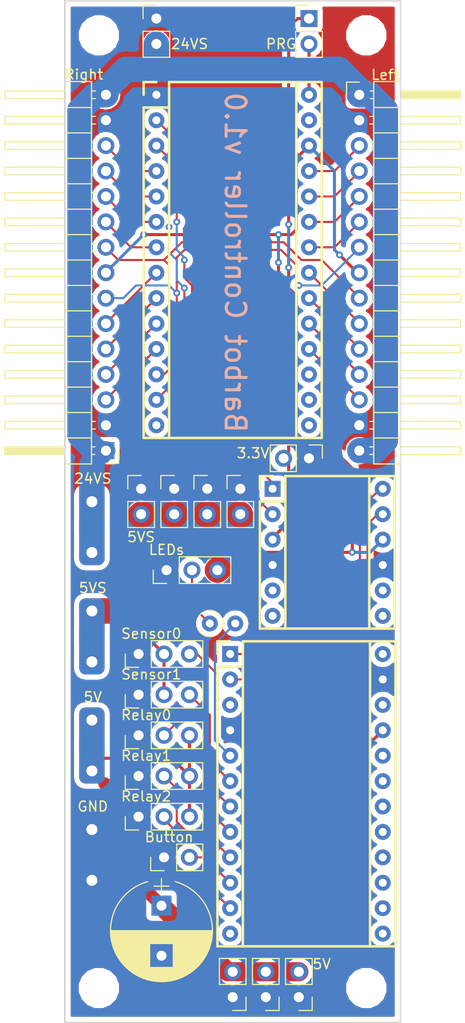
<source format=kicad_pcb>
(kicad_pcb (version 20171130) (host pcbnew "(5.0.1)-3")
  (layers (0 F.Cu signal) (31 B.Cu signal) (34 B.Paste user) (35 F.Paste user) (36 B.SilkS user) (37 F.SilkS user) (38 B.Mask user) (39 F.Mask user) (44 Edge.Cuts user))
  (net 0 "")
  (net 1 /A1_D1)
  (net 2 /A1_D0)
  (net 3 /GND)
  (net 4 /D2)
  (net 5 /D3)
  (net 6 /D4)
  (net 7 /D5)
  (net 8 /D6)
  (net 9 /5V)
  (net 10 /A2_D0)
  (net 11 /A2_D1)
  (net 12 /P0)
  (net 13 /P1)
  (net 14 /P2)
  (net 15 /P3)
  (net 16 /P4)
  (net 17 /P5)
  (net 18 /P6)
  (net 19 /P7)
  (net 20 /P8)
  (net 21 /P9)
  (net 22 /P10)
  (net 23 /P11)
  (net 24 /P12)
  (net 25 /P13)
  (net 26 /P14)
  (net 27 /P15)
  (net 28 /~ENABLE)
  (net 29 /DIR)
  (net 30 /3.3V)
  (net 31 /5VS_2)
  (net 32 /5VS)
  (net 33 /24VS)
  (net 34 /D2_2)
  (net 35 /D7)
  (net 36 /D8)
  (module logic_level_converter:LLC4 (layer F.Cu) (at 141.146 92.71)
    (fp_text reference M1)
    (fp_text value LLC4)
    (pad 1 thru_hole rect (at 0 0) (size 1.6 1.6) (drill 0.8) (layers *.Cu *.Mask) (net 10 /A2_D0))
    (pad 2 thru_hole oval (at 0 2.54) (size 1.6 1.6) (drill 0.8) (layers *.Cu *.Mask) (net 11 /A2_D1))
    (pad 3 thru_hole oval (at 0 5.08) (size 1.6 1.6) (drill 0.8) (layers *.Cu *.Mask) (net 30 /3.3V))
    (pad 4 thru_hole oval (at 0 7.62) (size 1.6 1.6) (drill 0.8) (layers *.Cu *.Mask) (net 3 /GND))
    (pad 5 thru_hole oval (at 0 10.16) (size 1.6 1.6) (drill 0.8) (layers *.Cu *.Mask))
    (pad 6 thru_hole oval (at 0 12.7) (size 1.6 1.6) (drill 0.8) (layers *.Cu *.Mask))
    (pad 7 thru_hole oval (at 11 12.7) (size 1.6 1.6) (drill 0.8) (layers *.Cu *.Mask))
    (pad 8 thru_hole oval (at 11 10.16) (size 1.6 1.6) (drill 0.8) (layers *.Cu *.Mask))
    (pad 9 thru_hole oval (at 11 7.62) (size 1.6 1.6) (drill 0.8) (layers *.Cu *.Mask) (net 3 /GND))
    (pad 10 thru_hole oval (at 11 5.08) (size 1.6 1.6) (drill 0.8) (layers *.Cu *.Mask) (net 32 /5VS))
    (pad 11 thru_hole oval (at 11 2.54) (size 1.6 1.6) (drill 0.8) (layers *.Cu *.Mask) (net 2 /A1_D0))
    (pad 12 thru_hole oval (at 11 0) (size 1.6 1.6) (drill 0.8) (layers *.Cu *.Mask) (net 1 /A1_D1))
  )
  (module teensy_32:teensy_32 (layer F.Cu) (at 129.54 53.34)
    (fp_text reference A2)
    (fp_text value Teensy_32)
    (pad 1 thru_hole rect (at 0 0) (size 1.6 1.6) (drill 0.8) (layers *.Cu *.Mask) (net 3 /GND))
    (pad 2 thru_hole oval (at 0 2.54) (size 1.6 1.6) (drill 0.8) (layers *.Cu *.Mask) (net 10 /A2_D0))
    (pad 3 thru_hole oval (at 0 5.08) (size 1.6 1.6) (drill 0.8) (layers *.Cu *.Mask) (net 11 /A2_D1))
    (pad 4 thru_hole oval (at 0 7.62) (size 1.6 1.6) (drill 0.8) (layers *.Cu *.Mask) (net 27 /P15))
    (pad 5 thru_hole oval (at 0 10.16) (size 1.6 1.6) (drill 0.8) (layers *.Cu *.Mask) (net 26 /P14))
    (pad 6 thru_hole oval (at 0 12.7) (size 1.6 1.6) (drill 0.8) (layers *.Cu *.Mask) (net 25 /P13))
    (pad 7 thru_hole oval (at 0 15.24) (size 1.6 1.6) (drill 0.8) (layers *.Cu *.Mask) (net 24 /P12))
    (pad 8 thru_hole oval (at 0 17.78) (size 1.6 1.6) (drill 0.8) (layers *.Cu *.Mask) (net 23 /P11))
    (pad 9 thru_hole oval (at 0 20.32) (size 1.6 1.6) (drill 0.8) (layers *.Cu *.Mask) (net 22 /P10))
    (pad 10 thru_hole oval (at 0 22.86) (size 1.6 1.6) (drill 0.8) (layers *.Cu *.Mask) (net 21 /P9))
    (pad 11 thru_hole oval (at 0 25.4) (size 1.6 1.6) (drill 0.8) (layers *.Cu *.Mask) (net 20 /P8))
    (pad 12 thru_hole oval (at 0 27.94) (size 1.6 1.6) (drill 0.8) (layers *.Cu *.Mask) (net 29 /DIR))
    (pad 13 thru_hole oval (at 0 30.48) (size 1.6 1.6) (drill 0.8) (layers *.Cu *.Mask) (net 28 /~ENABLE))
    (pad 14 thru_hole oval (at 0 33.02) (size 1.6 1.6) (drill 0.8) (layers *.Cu *.Mask))
    (pad 20 thru_hole oval (at 15.24 33.02) (size 1.6 1.6) (drill 0.8) (layers *.Cu *.Mask))
    (pad 21 thru_hole oval (at 15.24 30.48) (size 1.6 1.6) (drill 0.8) (layers *.Cu *.Mask))
    (pad 22 thru_hole oval (at 15.24 27.94) (size 1.6 1.6) (drill 0.8) (layers *.Cu *.Mask))
    (pad 23 thru_hole oval (at 15.24 25.4) (size 1.6 1.6) (drill 0.8) (layers *.Cu *.Mask) (net 19 /P7))
    (pad 24 thru_hole oval (at 15.24 22.86) (size 1.6 1.6) (drill 0.8) (layers *.Cu *.Mask) (net 18 /P6))
    (pad 25 thru_hole oval (at 15.24 20.32) (size 1.6 1.6) (drill 0.8) (layers *.Cu *.Mask) (net 17 /P5))
    (pad 26 thru_hole oval (at 15.24 17.78) (size 1.6 1.6) (drill 0.8) (layers *.Cu *.Mask) (net 16 /P4))
    (pad 27 thru_hole oval (at 15.24 15.24) (size 1.6 1.6) (drill 0.8) (layers *.Cu *.Mask) (net 15 /P3))
    (pad 28 thru_hole oval (at 15.24 12.7) (size 1.6 1.6) (drill 0.8) (layers *.Cu *.Mask) (net 14 /P2))
    (pad 29 thru_hole oval (at 15.24 10.16) (size 1.6 1.6) (drill 0.8) (layers *.Cu *.Mask) (net 13 /P1))
    (pad 30 thru_hole oval (at 15.24 7.62) (size 1.6 1.6) (drill 0.8) (layers *.Cu *.Mask) (net 12 /P0))
    (pad 31 thru_hole oval (at 15.24 5.08) (size 1.6 1.6) (drill 0.8) (layers *.Cu *.Mask) (net 30 /3.3V))
    (pad 32 thru_hole oval (at 15.24 2.54) (size 1.6 1.6) (drill 0.8) (layers *.Cu *.Mask))
    (pad 33 thru_hole oval (at 15.24 0) (size 1.6 1.6) (drill 0.8) (layers *.Cu *.Mask) (net 31 /5VS_2))
  )
  (module arduino_pro_mini:arduino_pro_mini (layer F.Cu) (at 136.906 109.22)
    (fp_text reference A1)
    (fp_text value Arduino_Pro_Mini)
    (pad 1 thru_hole rect (at 0 0) (size 1.6 1.6) (drill 0.8) (layers *.Cu *.Mask) (net 1 /A1_D1))
    (pad 2 thru_hole oval (at 0 2.54) (size 1.6 1.6) (drill 0.8) (layers *.Cu *.Mask) (net 2 /A1_D0))
    (pad 3 thru_hole oval (at 0 5.08) (size 1.6 1.6) (drill 0.8) (layers *.Cu *.Mask))
    (pad 4 thru_hole oval (at 0 7.62) (size 1.6 1.6) (drill 0.8) (layers *.Cu *.Mask) (net 3 /GND))
    (pad 5 thru_hole oval (at 0 10.16) (size 1.6 1.6) (drill 0.8) (layers *.Cu *.Mask) (net 34 /D2_2))
    (pad 6 thru_hole oval (at 0 12.7) (size 1.6 1.6) (drill 0.8) (layers *.Cu *.Mask) (net 5 /D3))
    (pad 7 thru_hole oval (at 0 15.24) (size 1.6 1.6) (drill 0.8) (layers *.Cu *.Mask) (net 6 /D4))
    (pad 8 thru_hole oval (at 0 17.78) (size 1.6 1.6) (drill 0.8) (layers *.Cu *.Mask) (net 7 /D5))
    (pad 9 thru_hole oval (at 0 20.32) (size 1.6 1.6) (drill 0.8) (layers *.Cu *.Mask) (net 8 /D6))
    (pad 10 thru_hole oval (at 0 22.86) (size 1.6 1.6) (drill 0.8) (layers *.Cu *.Mask) (net 35 /D7))
    (pad 11 thru_hole oval (at 0 25.4) (size 1.6 1.6) (drill 0.8) (layers *.Cu *.Mask) (net 36 /D8))
    (pad 12 thru_hole oval (at 0 27.94) (size 1.6 1.6) (drill 0.8) (layers *.Cu *.Mask))
    (pad 13 thru_hole oval (at 15.24 27.94) (size 1.6 1.6) (drill 0.8) (layers *.Cu *.Mask))
    (pad 14 thru_hole oval (at 15.24 25.4) (size 1.6 1.6) (drill 0.8) (layers *.Cu *.Mask))
    (pad 15 thru_hole oval (at 15.24 22.86) (size 1.6 1.6) (drill 0.8) (layers *.Cu *.Mask))
    (pad 16 thru_hole oval (at 15.24 20.32) (size 1.6 1.6) (drill 0.8) (layers *.Cu *.Mask))
    (pad 17 thru_hole oval (at 15.24 17.78) (size 1.6 1.6) (drill 0.8) (layers *.Cu *.Mask))
    (pad 18 thru_hole oval (at 15.24 15.24) (size 1.6 1.6) (drill 0.8) (layers *.Cu *.Mask))
    (pad 19 thru_hole oval (at 15.24 12.7) (size 1.6 1.6) (drill 0.8) (layers *.Cu *.Mask))
    (pad 20 thru_hole oval (at 15.24 10.16) (size 1.6 1.6) (drill 0.8) (layers *.Cu *.Mask))
    (pad 21 thru_hole oval (at 15.24 7.62) (size 1.6 1.6) (drill 0.8) (layers *.Cu *.Mask) (net 9 /5V))
    (pad 22 thru_hole oval (at 15.24 5.08) (size 1.6 1.6) (drill 0.8) (layers *.Cu *.Mask))
    (pad 23 thru_hole oval (at 15.24 2.54) (size 1.6 1.6) (drill 0.8) (layers *.Cu *.Mask) (net 3 /GND))
    (pad 24 thru_hole oval (at 15.24 0) (size 1.6 1.6) (drill 0.8) (layers *.Cu *.Mask))
  )
  (module Pin_Headers:Pin_Header_Angled_1x15_Pitch2.54mm (layer F.Cu) (at 124.5 88.9 180)
    (fp_text reference CON2)
    (fp_text value Right (at 2.2 37.592 180) (layer F.SilkS))
    (pad 1 thru_hole rect (at 0 0 180) (size 1.7 1.7) (drill 1) (layers *.Cu *.Mask) (net 33 /24VS))
    (pad 2 thru_hole oval (at 0 2.54 180) (size 1.7 1.7) (drill 1) (layers *.Cu *.Mask) (net 3 /GND))
    (pad 3 thru_hole oval (at 0 5.08 180) (size 1.7 1.7) (drill 1) (layers *.Cu *.Mask) (net 20 /P8))
    (pad 4 thru_hole oval (at 0 7.62 180) (size 1.7 1.7) (drill 1) (layers *.Cu *.Mask) (net 21 /P9))
    (pad 5 thru_hole oval (at 0 10.16 180) (size 1.7 1.7) (drill 1) (layers *.Cu *.Mask) (net 22 /P10))
    (pad 6 thru_hole oval (at 0 12.7 180) (size 1.7 1.7) (drill 1) (layers *.Cu *.Mask) (net 23 /P11))
    (pad 7 thru_hole oval (at 0 15.24 180) (size 1.7 1.7) (drill 1) (layers *.Cu *.Mask) (net 28 /~ENABLE))
    (pad 8 thru_hole oval (at 0 17.78 180) (size 1.7 1.7) (drill 1) (layers *.Cu *.Mask) (net 30 /3.3V))
    (pad 9 thru_hole oval (at 0 20.32 180) (size 1.7 1.7) (drill 1) (layers *.Cu *.Mask) (net 29 /DIR))
    (pad 10 thru_hole oval (at 0 22.86 180) (size 1.7 1.7) (drill 1) (layers *.Cu *.Mask) (net 24 /P12))
    (pad 11 thru_hole oval (at 0 25.4 180) (size 1.7 1.7) (drill 1) (layers *.Cu *.Mask) (net 25 /P13))
    (pad 12 thru_hole oval (at 0 27.94 180) (size 1.7 1.7) (drill 1) (layers *.Cu *.Mask) (net 26 /P14))
    (pad 13 thru_hole oval (at 0 30.48 180) (size 1.7 1.7) (drill 1) (layers *.Cu *.Mask) (net 27 /P15))
    (pad 14 thru_hole oval (at 0 33.02 180) (size 1.7 1.7) (drill 1) (layers *.Cu *.Mask) (net 3 /GND))
    (pad 15 thru_hole oval (at 0 35.56 180) (size 1.7 1.7) (drill 1) (layers *.Cu *.Mask) (net 33 /24VS))
  )
  (module Pin_Headers:Pin_Header_Angled_1x15_Pitch2.54mm (layer F.Cu) (at 149.8 53.34)
    (fp_text reference CON1)
    (fp_text value Left (at 2.6 -2) (layer F.SilkS))
    (pad 15 thru_hole oval (at 0 35.56) (size 1.7 1.7) (drill 1) (layers *.Cu *.Mask) (net 33 /24VS))
    (pad 14 thru_hole oval (at 0 33.02) (size 1.7 1.7) (drill 1) (layers *.Cu *.Mask) (net 3 /GND))
    (pad 13 thru_hole oval (at 0 30.48) (size 1.7 1.7) (drill 1) (layers *.Cu *.Mask) (net 19 /P7))
    (pad 12 thru_hole oval (at 0 27.94) (size 1.7 1.7) (drill 1) (layers *.Cu *.Mask) (net 18 /P6))
    (pad 11 thru_hole oval (at 0 25.4) (size 1.7 1.7) (drill 1) (layers *.Cu *.Mask) (net 17 /P5))
    (pad 10 thru_hole oval (at 0 22.86) (size 1.7 1.7) (drill 1) (layers *.Cu *.Mask) (net 16 /P4))
    (pad 9 thru_hole oval (at 0 20.32) (size 1.7 1.7) (drill 1) (layers *.Cu *.Mask) (net 29 /DIR))
    (pad 8 thru_hole oval (at 0 17.78) (size 1.7 1.7) (drill 1) (layers *.Cu *.Mask) (net 30 /3.3V))
    (pad 7 thru_hole oval (at 0 15.24) (size 1.7 1.7) (drill 1) (layers *.Cu *.Mask) (net 28 /~ENABLE))
    (pad 6 thru_hole oval (at 0 12.7) (size 1.7 1.7) (drill 1) (layers *.Cu *.Mask) (net 15 /P3))
    (pad 5 thru_hole oval (at 0 10.16) (size 1.7 1.7) (drill 1) (layers *.Cu *.Mask) (net 14 /P2))
    (pad 4 thru_hole oval (at 0 7.62) (size 1.7 1.7) (drill 1) (layers *.Cu *.Mask) (net 13 /P1))
    (pad 3 thru_hole oval (at 0 5.08) (size 1.7 1.7) (drill 1) (layers *.Cu *.Mask) (net 12 /P0))
    (pad 2 thru_hole oval (at 0 2.54) (size 1.7 1.7) (drill 1) (layers *.Cu *.Mask) (net 3 /GND))
    (pad 1 thru_hole rect (at 0 0) (size 1.7 1.7) (drill 1) (layers *.Cu *.Mask) (net 33 /24VS))
  )
  (module Pin_Headers:Pin_Header_Straight_1x03_Pitch2.54mm (layer F.Cu) (at 127.762 109.22 90)
    (fp_text reference J2)
    (fp_text value Sensor0 (at 2.032 1.27 180) (layer F.SilkS))
    (pad 3 thru_hole oval (at 0 5.08 90) (size 1.7 1.7) (drill 1) (layers *.Cu *.Mask) (net 5 /D3))
    (pad 2 thru_hole oval (at 0 2.54 90) (size 1.7 1.7) (drill 1) (layers *.Cu *.Mask) (net 32 /5VS))
    (pad 1 thru_hole rect (at 0 0 90) (size 1.7 1.7) (drill 1) (layers *.Cu *.Mask) (net 3 /GND))
  )
  (module Pin_Headers:Pin_Header_Straight_1x03_Pitch2.54mm (layer F.Cu) (at 127.762 113.284 90)
    (fp_text reference J3)
    (fp_text value Sensor1 (at 2.032 1.27 180) (layer F.SilkS))
    (pad 1 thru_hole rect (at 0 0 90) (size 1.7 1.7) (drill 1) (layers *.Cu *.Mask) (net 3 /GND))
    (pad 2 thru_hole oval (at 0 2.54 90) (size 1.7 1.7) (drill 1) (layers *.Cu *.Mask) (net 32 /5VS))
    (pad 3 thru_hole oval (at 0 5.08 90) (size 1.7 1.7) (drill 1) (layers *.Cu *.Mask) (net 6 /D4))
  )
  (module Pin_Headers:Pin_Header_Straight_1x03_Pitch2.54mm (layer F.Cu) (at 127.762 117.348 90)
    (fp_text reference J4)
    (fp_text value Relay0 (at 2.032 0.762 180) (layer F.SilkS))
    (pad 3 thru_hole oval (at 0 5.08 90) (size 1.7 1.7) (drill 1) (layers *.Cu *.Mask) (net 9 /5V))
    (pad 2 thru_hole oval (at 0 2.54 90) (size 1.7 1.7) (drill 1) (layers *.Cu *.Mask) (net 7 /D5))
    (pad 1 thru_hole rect (at 0 0 90) (size 1.7 1.7) (drill 1) (layers *.Cu *.Mask) (net 3 /GND))
  )
  (module Pin_Headers:Pin_Header_Straight_1x03_Pitch2.54mm (layer F.Cu) (at 127.762 121.412 90)
    (fp_text reference J5)
    (fp_text value Relay1 (at 2.032 0.762 180) (layer F.SilkS))
    (pad 1 thru_hole rect (at 0 0 90) (size 1.7 1.7) (drill 1) (layers *.Cu *.Mask) (net 3 /GND))
    (pad 2 thru_hole oval (at 0 2.54 90) (size 1.7 1.7) (drill 1) (layers *.Cu *.Mask) (net 8 /D6))
    (pad 3 thru_hole oval (at 0 5.08 90) (size 1.7 1.7) (drill 1) (layers *.Cu *.Mask) (net 9 /5V))
  )
  (module Pin_Headers:Pin_Header_Straight_1x02_Pitch2.54mm (layer F.Cu) (at 144.78 45.72)
    (fp_text reference JP1)
    (fp_text value PRG (at -2.794 2.54 180) (layer F.SilkS))
    (pad 2 thru_hole oval (at 0 2.54) (size 1.7 1.7) (drill 1) (layers *.Cu *.Mask) (net 31 /5VS_2))
    (pad 1 thru_hole rect (at 0 0) (size 1.7 1.7) (drill 1) (layers *.Cu *.Mask) (net 32 /5VS))
  )
  (module Pin_Headers:Pin_Header_Straight_1x02_Pitch2.54mm (layer F.Cu) (at 130.302 129.54 90)
    (fp_text reference J7)
    (fp_text value Button (at 2.032 0.508) (layer F.SilkS))
    (pad 2 thru_hole oval (at 0 2.54 90) (size 1.7 1.7) (drill 1) (layers *.Cu *.Mask) (net 36 /D8))
    (pad 1 thru_hole rect (at 0 0 90) (size 1.7 1.7) (drill 1) (layers *.Cu *.Mask) (net 3 /GND))
  )
  (module spade_terminal:Spade_Terminal_1_4 (layer F.Cu) (at 123.1 118.36 270)
    (fp_text reference T1)
    (fp_text value 5V (at -4.822 -0.09) (layer F.SilkS))
    (pad 1 thru_hole roundrect (at 2.54 0 270) (size 5.08 2.54) (drill 1.1 (offset -1.27 0)) (layers *.Cu *.Mask) (net 9 /5V))
    (pad 1 thru_hole roundrect (at -2.54 0 270) (size 5.08 2.54) (drill 1.1 (offset 1.27 0)) (layers *.Cu *.Mask) (net 9 /5V))
  )
  (module spade_terminal:Spade_Terminal_1_4 (layer F.Cu) (at 123.1 107.46 90)
    (fp_text reference T2)
    (fp_text value 5VS (at 4.844 0.09) (layer F.SilkS))
    (pad 1 thru_hole roundrect (at -2.54 0 90) (size 5.08 2.54) (drill 1.1 (offset 1.27 0)) (layers *.Cu *.Mask) (net 32 /5VS))
    (pad 1 thru_hole roundrect (at 2.54 0 90) (size 5.08 2.54) (drill 1.1 (offset -1.27 0)) (layers *.Cu *.Mask) (net 32 /5VS))
  )
  (module spade_terminal:Spade_Terminal_1_4 (layer F.Cu) (at 123.1 96.54 90)
    (fp_text reference T3)
    (fp_text value 24VS (at 4.846 0.09 180) (layer F.SilkS))
    (pad 1 thru_hole roundrect (at 2.54 0 90) (size 5.08 2.54) (drill 1.1 (offset -1.27 0)) (layers *.Cu *.Mask) (net 33 /24VS))
    (pad 1 thru_hole roundrect (at -2.54 0 90) (size 5.08 2.54) (drill 1.1 (offset 1.27 0)) (layers *.Cu *.Mask) (net 33 /24VS))
  )
  (module spade_terminal:Spade_Terminal_1_4 (layer F.Cu) (at 123.1 129.3 270)
    (fp_text reference T4)
    (fp_text value GND (at -4.84 -0.09) (layer F.SilkS))
    (pad 1 thru_hole roundrect (at -2.54 0 270) (size 5.08 2.54) (drill 1.1 (offset 1.27 0)) (layers *.Cu *.Mask) (net 3 /GND))
    (pad 1 thru_hole roundrect (at 2.54 0 270) (size 5.08 2.54) (drill 1.1 (offset -1.27 0)) (layers *.Cu *.Mask) (net 3 /GND))
  )
  (module Mounting_Holes:MountingHole_3mm (layer F.Cu) (at 123.8 47.4)
    (fp_text reference REF**)
    (fp_text value MountingHole_3mm)
    (pad 1 np_thru_hole circle (at 0 0) (size 3 3) (drill 3) (layers *.Cu *.Mask))
  )
  (module Mounting_Holes:MountingHole_3mm (layer F.Cu) (at 150.5 47.4)
    (fp_text reference REF**)
    (fp_text value MountingHole_3mm)
    (pad 1 np_thru_hole circle (at 0 0) (size 3 3) (drill 3) (layers *.Cu *.Mask))
  )
  (module Mounting_Holes:MountingHole_3mm (layer F.Cu) (at 123.8 142.6)
    (fp_text reference REF**)
    (fp_text value MountingHole_3mm)
    (pad 1 np_thru_hole circle (at 0 0) (size 3 3) (drill 3) (layers *.Cu *.Mask))
  )
  (module Mounting_Holes:MountingHole_3mm (layer F.Cu) (at 150.5 142.6)
    (fp_text reference REF**)
    (fp_text value MountingHole_3mm)
    (pad 1 np_thru_hole circle (at 0 0) (size 3 3) (drill 3) (layers *.Cu *.Mask))
  )
  (module Resistors_THT:R_Axial_DIN0207_L6.3mm_D2.5mm_P2.54mm_Vertical (layer F.Cu) (at 134.874 106.172)
    (fp_text reference R1)
    (fp_text value 330)
    (pad 2 thru_hole oval (at 2.54 0) (size 1.6 1.6) (drill 0.8) (layers *.Cu *.Mask) (net 34 /D2_2))
    (pad 1 thru_hole circle (at 0 0) (size 1.6 1.6) (drill 0.8) (layers *.Cu *.Mask) (net 4 /D2))
  )
  (module Capacitors_THT:CP_Radial_D10.0mm_P5.00mm (layer F.Cu) (at 130.048 134.366 270)
    (fp_text reference C1)
    (fp_text value 1000u)
    (pad 2 thru_hole circle (at 5 0 270) (size 2 2) (drill 1) (layers *.Cu *.Mask) (net 3 /GND))
    (pad 1 thru_hole rect (at 0 0 270) (size 2 2) (drill 1) (layers *.Cu *.Mask) (net 9 /5V))
  )
  (module Pin_Headers:Pin_Header_Straight_1x03_Pitch2.54mm (layer F.Cu) (at 130.556 100.838 90)
    (fp_text reference J1)
    (fp_text value LEDs (at 2.032 0 180) (layer F.SilkS))
    (pad 1 thru_hole rect (at 0 0 90) (size 1.7 1.7) (drill 1) (layers *.Cu *.Mask) (net 3 /GND))
    (pad 2 thru_hole oval (at 0 2.54 90) (size 1.7 1.7) (drill 1) (layers *.Cu *.Mask) (net 4 /D2))
    (pad 3 thru_hole oval (at 0 5.08 90) (size 1.7 1.7) (drill 1) (layers *.Cu *.Mask) (net 32 /5VS))
  )
  (module Pin_Headers:Pin_Header_Straight_1x03_Pitch2.54mm (layer F.Cu) (at 127.762 125.476 90)
    (fp_text reference J6)
    (fp_text value Relay2 (at 2.032 0.762 180) (layer F.SilkS))
    (pad 3 thru_hole oval (at 0 5.08 90) (size 1.7 1.7) (drill 1) (layers *.Cu *.Mask) (net 9 /5V))
    (pad 2 thru_hole oval (at 0 2.54 90) (size 1.7 1.7) (drill 1) (layers *.Cu *.Mask) (net 35 /D7))
    (pad 1 thru_hole rect (at 0 0 90) (size 1.7 1.7) (drill 1) (layers *.Cu *.Mask) (net 3 /GND))
  )
  (module Pin_Headers:Pin_Header_Straight_1x02_Pitch2.54mm (layer F.Cu) (at 128.016 92.71)
    (fp_text reference J8)
    (fp_text value 5VS (at 0 4.826 180) (layer F.SilkS))
    (pad 2 thru_hole oval (at 0 2.54) (size 1.7 1.7) (drill 1) (layers *.Cu *.Mask) (net 32 /5VS))
    (pad 1 thru_hole rect (at 0 0) (size 1.7 1.7) (drill 1) (layers *.Cu *.Mask) (net 3 /GND))
  )
  (module Pin_Headers:Pin_Header_Straight_1x02_Pitch2.54mm (layer F.Cu) (at 131.318 92.71)
    (fp_text reference J9)
    (fp_text value 5VS)
    (pad 1 thru_hole rect (at 0 0) (size 1.7 1.7) (drill 1) (layers *.Cu *.Mask) (net 3 /GND))
    (pad 2 thru_hole oval (at 0 2.54) (size 1.7 1.7) (drill 1) (layers *.Cu *.Mask) (net 32 /5VS))
  )
  (module Pin_Headers:Pin_Header_Straight_1x02_Pitch2.54mm (layer F.Cu) (at 134.62 92.71)
    (fp_text reference J10)
    (fp_text value 5VS)
    (pad 2 thru_hole oval (at 0 2.54) (size 1.7 1.7) (drill 1) (layers *.Cu *.Mask) (net 32 /5VS))
    (pad 1 thru_hole rect (at 0 0) (size 1.7 1.7) (drill 1) (layers *.Cu *.Mask) (net 3 /GND))
  )
  (module Pin_Headers:Pin_Header_Straight_1x02_Pitch2.54mm (layer F.Cu) (at 137.922 92.71)
    (fp_text reference J11)
    (fp_text value 5VS)
    (pad 2 thru_hole oval (at 0 2.54) (size 1.7 1.7) (drill 1) (layers *.Cu *.Mask) (net 32 /5VS))
    (pad 1 thru_hole rect (at 0 0) (size 1.7 1.7) (drill 1) (layers *.Cu *.Mask) (net 3 /GND))
  )
  (module Pin_Headers:Pin_Header_Straight_1x02_Pitch2.54mm (layer F.Cu) (at 137.16 143.51 180)
    (fp_text reference J12)
    (fp_text value 5V (at -8.89 3.302 180) (layer F.SilkS))
    (pad 1 thru_hole rect (at 0 0 180) (size 1.7 1.7) (drill 1) (layers *.Cu *.Mask) (net 3 /GND))
    (pad 2 thru_hole oval (at 0 2.54 180) (size 1.7 1.7) (drill 1) (layers *.Cu *.Mask) (net 9 /5V))
  )
  (module Pin_Headers:Pin_Header_Straight_1x02_Pitch2.54mm (layer F.Cu) (at 140.462 143.51 180)
    (fp_text reference J13)
    (fp_text value 5V)
    (pad 2 thru_hole oval (at 0 2.54 180) (size 1.7 1.7) (drill 1) (layers *.Cu *.Mask) (net 9 /5V))
    (pad 1 thru_hole rect (at 0 0 180) (size 1.7 1.7) (drill 1) (layers *.Cu *.Mask) (net 3 /GND))
  )
  (module Pin_Headers:Pin_Header_Straight_1x02_Pitch2.54mm (layer F.Cu) (at 143.764 143.51 180)
    (fp_text reference J14)
    (fp_text value 5V)
    (pad 1 thru_hole rect (at 0 0 180) (size 1.7 1.7) (drill 1) (layers *.Cu *.Mask) (net 3 /GND))
    (pad 2 thru_hole oval (at 0 2.54 180) (size 1.7 1.7) (drill 1) (layers *.Cu *.Mask) (net 9 /5V))
  )
  (module Pin_Headers:Pin_Header_Straight_1x02_Pitch2.54mm (layer F.Cu) (at 129.54 45.72)
    (fp_text reference J15)
    (fp_text value 24VS (at 3.302 2.54 180) (layer F.SilkS))
    (pad 2 thru_hole oval (at 0 2.54) (size 1.7 1.7) (drill 1) (layers *.Cu *.Mask) (net 33 /24VS))
    (pad 1 thru_hole rect (at 0 0) (size 1.7 1.7) (drill 1) (layers *.Cu *.Mask) (net 3 /GND))
  )
  (module Pin_Headers:Pin_Header_Straight_1x02_Pitch2.54mm (layer F.Cu) (at 144.78 89.662 270)
    (fp_text reference J16)
    (fp_text value 3.3V (at -0.508 5.588) (layer F.SilkS))
    (pad 2 thru_hole oval (at 0 2.54 270) (size 1.7 1.7) (drill 1) (layers *.Cu *.Mask) (net 30 /3.3V))
    (pad 1 thru_hole rect (at 0 0 270) (size 1.7 1.7) (drill 1) (layers *.Cu *.Mask) (net 3 /GND))
  )
  (gr_text "Barbot Controller v1.0" (at 137.414 70.104 270) (layer B.SilkS) (effects (font (size 2 2) (thickness 0.3)) (justify mirror)))
  (gr_line (start 120.396 146.05) (end 120.396 43.942) (angle 90) (layer Edge.Cuts) (width 0.15))
  (gr_line (start 153.924 146.05) (end 120.396 146.05) (angle 90) (layer Edge.Cuts) (width 0.15))
  (gr_line (start 153.924 43.942) (end 153.924 146.05) (angle 90) (layer Edge.Cuts) (width 0.15))
  (gr_line (start 120.396 43.942) (end 153.924 43.942) (angle 90) (layer Edge.Cuts) (width 0.15))
  (segment (start 152.146 92.71) (end 151.892 92.71) (width 0.2032) (layer F.Cu) (net 1))
  (segment (start 151.892 92.71) (end 149.86 94.742) (width 0.2032) (layer F.Cu) (net 1))
  (segment (start 149.86 94.742) (end 149.86 108.204) (width 0.2032) (layer F.Cu) (net 1))
  (segment (start 148.844 109.22) (end 136.906 109.22) (width 0.2032) (layer F.Cu) (net 1))
  (segment (start 149.86 108.204) (end 148.844 109.22) (width 0.2032) (layer F.Cu) (net 1))
  (segment (start 152.1 95.26) (end 151.628 95.26) (width 0.2032) (layer F.Cu) (net 2))
  (segment (start 152.146 95.25) (end 151.638 95.25) (width 0.2032) (layer F.Cu) (net 2))
  (segment (start 151.638 95.25) (end 150.622 96.266) (width 0.2032) (layer F.Cu) (net 2))
  (segment (start 150.622 96.266) (end 150.622 110.744) (width 0.2032) (layer F.Cu) (net 2))
  (segment (start 149.606 111.76) (end 136.906 111.76) (width 0.2032) (layer F.Cu) (net 2))
  (segment (start 150.622 110.744) (end 149.606 111.76) (width 0.2032) (layer F.Cu) (net 2))
  (segment (start 129.286 53.086) (end 129.54 53.34) (width 0.3048) (layer F.Cu) (net 3))
  (segment (start 141.146 100.33) (end 152.146 100.33) (width 0.3048) (layer B.Cu) (net 3))
  (segment (start 130.6948 45.72) (end 131.572 46.5972) (width 0.3048) (layer F.Cu) (net 3))
  (segment (start 129.54 45.72) (end 130.6948 45.72) (width 0.3048) (layer F.Cu) (net 3))
  (segment (start 129.54 52.2352) (end 129.54 53.34) (width 0.3048) (layer F.Cu) (net 3))
  (segment (start 131.572 50.2032) (end 129.54 52.2352) (width 0.3048) (layer F.Cu) (net 3))
  (segment (start 131.572 46.5972) (end 131.572 50.2032) (width 0.3048) (layer F.Cu) (net 3))
  (segment (start 133.096 104.394) (end 133.096 100.838) (width 0.2032) (layer F.Cu) (net 4))
  (segment (start 134.874 106.172) (end 133.096 104.394) (width 0.2032) (layer F.Cu) (net 4))
  (segment (start 132.842 109.22) (end 133.604 109.22) (width 0.2032) (layer F.Cu) (net 5))
  (segment (start 133.604 109.22) (end 135.636 111.252) (width 0.2032) (layer F.Cu) (net 5))
  (segment (start 135.636 120.65) (end 136.906 121.92) (width 0.2032) (layer F.Cu) (net 5))
  (segment (start 135.636 111.252) (end 135.636 120.65) (width 0.2032) (layer F.Cu) (net 5))
  (segment (start 132.842 113.284) (end 134.874 115.316) (width 0.2032) (layer F.Cu) (net 6))
  (segment (start 134.874 122.428) (end 136.906 124.46) (width 0.2032) (layer F.Cu) (net 6))
  (segment (start 134.874 115.316) (end 134.874 122.428) (width 0.2032) (layer F.Cu) (net 6))
  (segment (start 136.86 127.04) (end 137.54 127.04) (width 0.2032) (layer F.Cu) (net 7))
  (segment (start 130.302 117.348) (end 131.826 115.824) (width 0.2032) (layer F.Cu) (net 7))
  (segment (start 131.826 115.824) (end 133.604 115.824) (width 0.2032) (layer F.Cu) (net 7))
  (segment (start 133.604 115.824) (end 134.366 116.586) (width 0.2032) (layer F.Cu) (net 7))
  (segment (start 134.366 124.46) (end 136.906 127) (width 0.2032) (layer F.Cu) (net 7))
  (segment (start 134.366 116.586) (end 134.366 124.46) (width 0.2032) (layer F.Cu) (net 7))
  (segment (start 136.86 129.58) (end 136.82 129.58) (width 0.2032) (layer F.Cu) (net 8))
  (segment (start 130.302 121.412) (end 131.572 122.682) (width 0.2032) (layer F.Cu) (net 8))
  (segment (start 131.572 122.682) (end 131.572 125.984) (width 0.2032) (layer F.Cu) (net 8))
  (segment (start 131.572 125.984) (end 132.588 127) (width 0.2032) (layer F.Cu) (net 8))
  (segment (start 134.366 127) (end 136.906 129.54) (width 0.2032) (layer F.Cu) (net 8))
  (segment (start 132.588 127) (end 134.366 127) (width 0.2032) (layer F.Cu) (net 8))
  (segment (start 150.622 118.364) (end 152.146 116.84) (width 0.3048) (layer F.Cu) (net 9))
  (segment (start 132.842 117.348) (end 132.842 121.412) (width 0.3048) (layer F.Cu) (net 9))
  (segment (start 132.842 121.412) (end 132.842 125.476) (width 0.3048) (layer F.Cu) (net 9))
  (segment (start 125.73 130.048) (end 130.048 134.366) (width 1.27) (layer F.Cu) (net 9))
  (segment (start 132.588 125.476) (end 132.842 125.476) (width 0.3048) (layer B.Cu) (net 9))
  (segment (start 125.73 123.53) (end 125.73 130.048) (width 1.27) (layer F.Cu) (net 9))
  (segment (start 150.622 118.364) (end 140.208 118.364) (width 0.3048) (layer F.Cu) (net 9))
  (segment (start 140.208 118.364) (end 138.176 120.396) (width 0.3048) (layer F.Cu) (net 9))
  (segment (start 138.176 120.396) (end 138.176 137.922) (width 0.3048) (layer F.Cu) (net 9))
  (segment (start 134.112 138.43) (end 130.048 134.366) (width 1.905) (layer F.Cu) (net 9))
  (segment (start 124.374 122.174) (end 123.1 120.9) (width 0.3048) (layer F.Cu) (net 9))
  (segment (start 124.374 122.174) (end 125.73 123.53) (width 1.27) (layer F.Cu) (net 9))
  (segment (start 123.1 120.9) (end 124.366 119.634) (width 0.3048) (layer F.Cu) (net 9))
  (segment (start 131.064 119.634) (end 132.842 121.412) (width 0.3048) (layer F.Cu) (net 9))
  (segment (start 124.366 119.634) (end 131.064 119.634) (width 0.3048) (layer F.Cu) (net 9))
  (segment (start 136.652 140.97) (end 137.16 140.97) (width 0.3048) (layer F.Cu) (net 9))
  (segment (start 134.112 138.43) (end 136.652 140.97) (width 1.905) (layer F.Cu) (net 9))
  (segment (start 140.462 140.97) (end 143.764 140.97) (width 1.905) (layer F.Cu) (net 9))
  (segment (start 138.176 137.922) (end 138.176 140.97) (width 0.3048) (layer F.Cu) (net 9))
  (segment (start 137.16 140.97) (end 138.176 140.97) (width 1.905) (layer F.Cu) (net 9))
  (segment (start 138.176 140.97) (end 140.462 140.97) (width 1.905) (layer F.Cu) (net 9))
  (via (at 131.572 66.04) (size 0.6858) (drill 0.3302) (layers F.Cu B.Cu) (net 10))
  (segment (start 132.334 69.596) (end 131.572 68.834) (width 0.2032) (layer B.Cu) (net 10))
  (segment (start 131.572 68.834) (end 131.572 66.04) (width 0.2032) (layer B.Cu) (net 10))
  (segment (start 131.572 57.912) (end 129.54 55.88) (width 0.2032) (layer F.Cu) (net 10))
  (segment (start 131.572 66.04) (end 131.572 57.912) (width 0.2032) (layer F.Cu) (net 10))
  (via (at 132.334 69.85) (size 0.6858) (drill 0.3302) (layers F.Cu B.Cu) (net 10))
  (segment (start 132.334 69.596) (end 132.334 69.85) (width 0.2032) (layer B.Cu) (net 10))
  (segment (start 132.334 71.628) (end 132.334 69.85) (width 0.2032) (layer F.Cu) (net 10))
  (segment (start 133.096 72.39) (end 132.334 71.628) (width 0.2032) (layer F.Cu) (net 10))
  (segment (start 133.096 84.074) (end 133.096 72.39) (width 0.2032) (layer F.Cu) (net 10))
  (segment (start 141.146 92.71) (end 141.146 92.124) (width 0.2032) (layer F.Cu) (net 10))
  (segment (start 141.146 92.124) (end 133.096 84.074) (width 0.2032) (layer F.Cu) (net 10))
  (via (at 130.81 66.548) (size 0.6858) (drill 0.3302) (layers F.Cu B.Cu) (net 11))
  (segment (start 130.81 59.69) (end 129.54 58.42) (width 0.2032) (layer F.Cu) (net 11))
  (segment (start 130.81 66.548) (end 130.81 59.69) (width 0.2032) (layer F.Cu) (net 11))
  (segment (start 132.334 72.644) (end 131.572 71.882) (width 0.2032) (layer B.Cu) (net 11))
  (via (at 132.334 72.644) (size 0.6858) (drill 0.3302) (layers F.Cu B.Cu) (net 11))
  (segment (start 131.572 71.882) (end 131.572 69.85) (width 0.2032) (layer B.Cu) (net 11))
  (segment (start 131.572 69.85) (end 130.81 69.088) (width 0.2032) (layer B.Cu) (net 11))
  (segment (start 130.81 69.088) (end 130.81 66.548) (width 0.2032) (layer B.Cu) (net 11))
  (segment (start 141.146 95.25) (end 139.446 93.55) (width 0.2032) (layer F.Cu) (net 11))
  (segment (start 139.446 93.55) (end 139.446 91.44) (width 0.2032) (layer F.Cu) (net 11))
  (segment (start 139.446 91.44) (end 132.334 84.328) (width 0.2032) (layer F.Cu) (net 11))
  (segment (start 132.334 84.328) (end 132.334 72.644) (width 0.2032) (layer F.Cu) (net 11))
  (segment (start 147.32 60.96) (end 149.86 58.42) (width 0.2032) (layer F.Cu) (net 12))
  (segment (start 144.78 60.96) (end 147.32 60.96) (width 0.2032) (layer F.Cu) (net 12))
  (segment (start 147.32 63.5) (end 149.86 60.96) (width 0.2032) (layer F.Cu) (net 13))
  (segment (start 144.78 63.5) (end 147.32 63.5) (width 0.2032) (layer F.Cu) (net 13))
  (segment (start 147.32 66.04) (end 149.86 63.5) (width 0.2032) (layer F.Cu) (net 14))
  (segment (start 144.78 66.04) (end 147.32 66.04) (width 0.2032) (layer F.Cu) (net 14))
  (segment (start 147.32 68.58) (end 149.86 66.04) (width 0.2032) (layer F.Cu) (net 15))
  (segment (start 144.78 68.58) (end 147.32 68.58) (width 0.2032) (layer F.Cu) (net 15))
  (segment (start 144.78 71.12) (end 149.86 76.2) (width 0.2032) (layer F.Cu) (net 16))
  (segment (start 144.78 73.66) (end 149.86 78.74) (width 0.2032) (layer F.Cu) (net 17))
  (segment (start 144.78 76.2) (end 149.86 81.28) (width 0.2032) (layer F.Cu) (net 18))
  (segment (start 144.78 78.74) (end 149.86 83.82) (width 0.2032) (layer F.Cu) (net 19))
  (segment (start 129.54 78.74) (end 124.46 83.82) (width 0.2032) (layer F.Cu) (net 20))
  (segment (start 129.54 76.2) (end 124.46 81.28) (width 0.2032) (layer F.Cu) (net 21))
  (segment (start 129.54 73.66) (end 124.46 78.74) (width 0.2032) (layer F.Cu) (net 22))
  (segment (start 129.54 71.12) (end 124.46 76.2) (width 0.2032) (layer F.Cu) (net 23))
  (segment (start 127 68.58) (end 124.46 66.04) (width 0.2032) (layer F.Cu) (net 24))
  (segment (start 129.54 68.58) (end 127 68.58) (width 0.2032) (layer F.Cu) (net 24))
  (segment (start 127 66.04) (end 124.46 63.5) (width 0.2032) (layer F.Cu) (net 25))
  (segment (start 129.54 66.04) (end 127 66.04) (width 0.2032) (layer F.Cu) (net 25))
  (segment (start 127 63.5) (end 124.46 60.96) (width 0.2032) (layer F.Cu) (net 26))
  (segment (start 129.54 63.5) (end 127 63.5) (width 0.2032) (layer F.Cu) (net 26))
  (segment (start 127 60.96) (end 124.46 58.42) (width 0.2032) (layer F.Cu) (net 27))
  (segment (start 129.54 60.96) (end 127 60.96) (width 0.2032) (layer F.Cu) (net 27))
  (segment (start 126.238 73.66) (end 127.508 72.39) (width 0.2032) (layer B.Cu) (net 28))
  (segment (start 124.46 73.66) (end 126.238 73.66) (width 0.2032) (layer B.Cu) (net 28))
  (segment (start 127.508 72.39) (end 130.81 72.39) (width 0.2032) (layer B.Cu) (net 28))
  (segment (start 130.81 72.39) (end 131.572 73.152) (width 0.2032) (layer B.Cu) (net 28))
  (via (at 131.572 73.152) (size 0.6858) (drill 0.3302) (layers F.Cu B.Cu) (net 28))
  (segment (start 131.572 81.788) (end 129.54 83.82) (width 0.2032) (layer F.Cu) (net 28))
  (segment (start 131.572 73.152) (end 131.572 81.788) (width 0.2032) (layer F.Cu) (net 28))
  (segment (start 149.86 68.58) (end 146.05 72.39) (width 0.2032) (layer B.Cu) (net 28))
  (via (at 143.764 72.39) (size 0.6858) (drill 0.3302) (layers F.Cu B.Cu) (net 28))
  (segment (start 146.05 72.39) (end 143.764 72.39) (width 0.2032) (layer B.Cu) (net 28))
  (segment (start 131.572 69.596) (end 131.572 73.152) (width 0.2032) (layer F.Cu) (net 28))
  (segment (start 132.334 68.834) (end 131.572 69.596) (width 0.2032) (layer F.Cu) (net 28))
  (segment (start 141.986 68.834) (end 132.334 68.834) (width 0.2032) (layer F.Cu) (net 28))
  (segment (start 143.51 70.358) (end 141.986 68.834) (width 0.2032) (layer F.Cu) (net 28))
  (segment (start 143.764 72.39) (end 143.51 72.136) (width 0.2032) (layer F.Cu) (net 28))
  (segment (start 143.51 72.136) (end 143.51 70.358) (width 0.2032) (layer F.Cu) (net 28))
  (segment (start 129.54 81.28) (end 130.302 81.28) (width 0.2032) (layer F.Cu) (net 29))
  (segment (start 130.302 81.28) (end 130.81 80.772) (width 0.2032) (layer F.Cu) (net 29))
  (segment (start 130.81 80.772) (end 130.81 70.358) (width 0.2032) (layer F.Cu) (net 29))
  (segment (start 130.81 70.358) (end 130.302 69.85) (width 0.2032) (layer F.Cu) (net 29))
  (segment (start 125.73 69.85) (end 124.46 68.58) (width 0.2032) (layer F.Cu) (net 29))
  (segment (start 130.302 69.85) (end 125.73 69.85) (width 0.2032) (layer F.Cu) (net 29))
  (segment (start 149.86 73.66) (end 146.05 69.85) (width 0.2032) (layer F.Cu) (net 29))
  (segment (start 146.05 69.85) (end 144.018 69.85) (width 0.2032) (layer F.Cu) (net 29))
  (segment (start 144.018 69.85) (end 142.24 68.072) (width 0.2032) (layer F.Cu) (net 29))
  (segment (start 132.08 68.072) (end 130.302 69.85) (width 0.2032) (layer F.Cu) (net 29))
  (segment (start 142.24 68.072) (end 132.08 68.072) (width 0.2032) (layer F.Cu) (net 29))
  (via (at 147.828 69.342) (size 0.6858) (drill 0.3302) (layers F.Cu B.Cu) (net 30))
  (segment (start 149.86 71.12) (end 149.606 71.12) (width 0.3048) (layer F.Cu) (net 30))
  (segment (start 149.606 71.12) (end 147.828 69.342) (width 0.3048) (layer F.Cu) (net 30))
  (segment (start 147.828 69.342) (end 147.32 68.834) (width 0.3048) (layer B.Cu) (net 30))
  (segment (start 147.32 60.96) (end 144.78 58.42) (width 0.3048) (layer B.Cu) (net 30))
  (segment (start 147.32 68.834) (end 147.32 60.96) (width 0.3048) (layer B.Cu) (net 30))
  (via (at 128.27 67.31) (size 0.6858) (drill 0.3302) (layers F.Cu B.Cu) (net 30))
  (segment (start 124.46 71.12) (end 128.27 67.31) (width 0.3048) (layer B.Cu) (net 30))
  (segment (start 143.002 67.31) (end 143.51 66.802) (width 0.3048) (layer F.Cu) (net 30))
  (segment (start 143.51 66.802) (end 143.51 59.69) (width 0.3048) (layer F.Cu) (net 30))
  (segment (start 143.51 59.69) (end 144.78 58.42) (width 0.3048) (layer F.Cu) (net 30))
  (via (at 141.732 67.31) (size 0.6858) (drill 0.3302) (layers F.Cu B.Cu) (net 30))
  (segment (start 141.732 67.31) (end 143.002 67.31) (width 0.3048) (layer F.Cu) (net 30))
  (segment (start 128.27 67.31) (end 141.732 67.31) (width 0.3048) (layer F.Cu) (net 30))
  (via (at 141.732 70.104) (size 0.6858) (drill 0.3302) (layers F.Cu B.Cu) (net 30))
  (segment (start 141.732 67.31) (end 141.732 70.104) (width 0.3048) (layer B.Cu) (net 30))
  (segment (start 141.732 72.898) (end 141.732 70.104) (width 0.3048) (layer F.Cu) (net 30))
  (segment (start 142.748 73.914) (end 141.732 72.898) (width 0.3048) (layer F.Cu) (net 30))
  (segment (start 141.146 97.79) (end 141.146 97.614) (width 0.3048) (layer F.Cu) (net 30))
  (segment (start 141.146 97.614) (end 142.748 96.012) (width 0.3048) (layer F.Cu) (net 30))
  (segment (start 142.748 90.17) (end 142.24 89.662) (width 0.3048) (layer F.Cu) (net 30))
  (segment (start 142.748 96.012) (end 142.748 90.17) (width 0.3048) (layer F.Cu) (net 30))
  (segment (start 142.748 89.154) (end 142.748 73.914) (width 0.3048) (layer F.Cu) (net 30))
  (segment (start 142.24 89.662) (end 142.748 89.154) (width 0.3048) (layer F.Cu) (net 30))
  (segment (start 144.78 53.34) (end 145.288 53.34) (width 0.3048) (layer F.Cu) (net 31))
  (segment (start 144.78 48.26) (end 144.78 53.34) (width 0.3048) (layer F.Cu) (net 31))
  (via (at 152.146 97.79) (size 0.6858) (drill 0.3302) (layers F.Cu B.Cu) (net 32))
  (segment (start 123.1 104.92) (end 123.1 104.6) (width 0.3048) (layer F.Cu) (net 32))
  (segment (start 123.1 104.92) (end 125.494 104.92) (width 2.54) (layer F.Cu) (net 32))
  (via (at 142.748 66.294) (size 0.6858) (drill 0.3302) (layers F.Cu B.Cu) (net 32))
  (via (at 142.748 70.612) (size 0.6858) (drill 0.3302) (layers F.Cu B.Cu) (net 32))
  (segment (start 142.748 70.612) (end 142.748 66.294) (width 0.3048) (layer B.Cu) (net 32))
  (segment (start 125.494 104.92) (end 127.036 103.378) (width 2.54) (layer F.Cu) (net 32))
  (segment (start 136.906 99.568) (end 135.636 100.838) (width 2.54) (layer F.Cu) (net 32))
  (via (at 149.098 99.06) (size 0.6858) (drill 0.3302) (layers F.Cu B.Cu) (net 32))
  (segment (start 136.906 99.568) (end 137.414 99.06) (width 0.3048) (layer F.Cu) (net 32))
  (segment (start 137.414 99.06) (end 149.098 99.06) (width 0.3048) (layer F.Cu) (net 32))
  (segment (start 150.876 99.06) (end 152.146 97.79) (width 0.3048) (layer B.Cu) (net 32))
  (segment (start 149.098 99.06) (end 150.876 99.06) (width 0.3048) (layer B.Cu) (net 32))
  (segment (start 130.302 109.22) (end 130.302 113.284) (width 0.3048) (layer F.Cu) (net 32))
  (segment (start 127.036 103.378) (end 127.036 98.262) (width 2.54) (layer F.Cu) (net 32))
  (segment (start 126.002 104.92) (end 125.494 104.92) (width 0.3048) (layer F.Cu) (net 32))
  (segment (start 130.302 109.22) (end 126.002 104.92) (width 0.3048) (layer F.Cu) (net 32))
  (segment (start 149.098 90.678) (end 149.098 99.06) (width 0.3048) (layer F.Cu) (net 32))
  (segment (start 142.748 72.644) (end 143.51 73.406) (width 0.3048) (layer F.Cu) (net 32))
  (segment (start 142.748 70.612) (end 142.748 72.644) (width 0.3048) (layer F.Cu) (net 32))
  (segment (start 143.51 73.406) (end 143.51 87.122) (width 0.3048) (layer F.Cu) (net 32))
  (segment (start 143.51 87.122) (end 144.272 87.884) (width 0.3048) (layer F.Cu) (net 32))
  (segment (start 144.272 87.884) (end 146.304 87.884) (width 0.3048) (layer F.Cu) (net 32))
  (segment (start 146.304 87.884) (end 149.098 90.678) (width 0.3048) (layer F.Cu) (net 32))
  (segment (start 127.036 96.23) (end 128.016 95.25) (width 2.54) (layer F.Cu) (net 32))
  (segment (start 127.036 98.262) (end 127.036 96.23) (width 2.54) (layer F.Cu) (net 32))
  (segment (start 128.016 95.25) (end 131.318 95.25) (width 2.54) (layer F.Cu) (net 32))
  (segment (start 131.318 95.25) (end 134.62 95.25) (width 2.54) (layer F.Cu) (net 32))
  (segment (start 134.62 95.25) (end 137.922 95.25) (width 2.54) (layer F.Cu) (net 32))
  (segment (start 137.922 98.552) (end 136.906 99.568) (width 2.54) (layer F.Cu) (net 32))
  (segment (start 137.922 95.25) (end 137.922 98.552) (width 2.54) (layer F.Cu) (net 32))
  (segment (start 143.6252 45.72) (end 144.78 45.72) (width 0.3048) (layer F.Cu) (net 32))
  (segment (start 142.748 46.5972) (end 143.6252 45.72) (width 0.3048) (layer F.Cu) (net 32))
  (segment (start 142.748 66.294) (end 142.748 46.5972) (width 0.3048) (layer F.Cu) (net 32))
  (segment (start 124.42 53.3) (end 124.46 53.34) (width 1.905) (layer F.Cu) (net 33))
  (segment (start 124.46 53.34) (end 123.444 53.34) (width 2.54) (layer B.Cu) (net 33))
  (segment (start 123.444 53.34) (end 121.92 54.864) (width 2.54) (layer B.Cu) (net 33))
  (segment (start 121.92 54.864) (end 121.92 87.376) (width 2.54) (layer B.Cu) (net 33))
  (segment (start 123.444 88.9) (end 124.46 88.9) (width 1.905) (layer B.Cu) (net 33))
  (segment (start 121.92 87.376) (end 123.444 88.9) (width 2.54) (layer B.Cu) (net 33))
  (segment (start 150.876 53.34) (end 149.86 53.34) (width 2.54) (layer B.Cu) (net 33))
  (segment (start 149.86 88.9) (end 151.384 88.9) (width 2.54) (layer B.Cu) (net 33))
  (segment (start 151.384 88.9) (end 152.4 87.884) (width 2.54) (layer B.Cu) (net 33))
  (segment (start 152.4 54.864) (end 150.876 53.34) (width 2.54) (layer B.Cu) (net 33))
  (segment (start 152.4 87.884) (end 152.4 54.864) (width 2.54) (layer B.Cu) (net 33))
  (segment (start 123.1 90.3) (end 124.5 88.9) (width 1.905) (layer B.Cu) (net 33))
  (segment (start 123.1 94) (end 123.1 90.3) (width 2.54) (layer B.Cu) (net 33))
  (segment (start 124.5 53.34) (end 124.5 53.3) (width 1.905) (layer B.Cu) (net 33))
  (segment (start 124.5 52.792) (end 126.492 50.8) (width 2.54) (layer B.Cu) (net 33))
  (segment (start 124.5 53.34) (end 124.5 52.792) (width 2.54) (layer B.Cu) (net 33))
  (segment (start 149.8 52.832) (end 147.768 50.8) (width 2.54) (layer B.Cu) (net 33))
  (segment (start 149.8 53.34) (end 149.8 52.832) (width 2.54) (layer B.Cu) (net 33))
  (segment (start 131.826 50.8) (end 147.768 50.8) (width 2.54) (layer B.Cu) (net 33))
  (segment (start 129.54 48.26) (end 129.54 50.8) (width 2.54) (layer B.Cu) (net 33))
  (segment (start 126.492 50.8) (end 129.54 50.8) (width 2.54) (layer B.Cu) (net 33))
  (segment (start 129.54 50.8) (end 131.826 50.8) (width 2.54) (layer B.Cu) (net 33))
  (segment (start 136.84 119.4) (end 136.86 119.42) (width 0.2032) (layer F.Cu) (net 34))
  (segment (start 136.886 119.4) (end 136.906 119.38) (width 0.2032) (layer F.Cu) (net 34))
  (segment (start 136.906 119.38) (end 135.382 117.856) (width 0.2032) (layer B.Cu) (net 34))
  (segment (start 135.382 108.204) (end 137.414 106.172) (width 0.2032) (layer B.Cu) (net 34))
  (segment (start 135.382 117.856) (end 135.382 108.204) (width 0.2032) (layer B.Cu) (net 34))
  (segment (start 130.302 125.476) (end 130.302 125.73) (width 0.2032) (layer F.Cu) (net 35))
  (segment (start 130.302 125.73) (end 132.08 127.508) (width 0.2032) (layer F.Cu) (net 35))
  (segment (start 132.08 127.508) (end 133.858 127.508) (width 0.2032) (layer F.Cu) (net 35))
  (segment (start 133.858 127.508) (end 135.636 129.286) (width 0.2032) (layer F.Cu) (net 35))
  (segment (start 135.636 130.81) (end 136.906 132.08) (width 0.2032) (layer F.Cu) (net 35))
  (segment (start 135.636 129.286) (end 135.636 130.81) (width 0.2032) (layer F.Cu) (net 35))
  (segment (start 132.842 129.54) (end 134.62 129.54) (width 0.2032) (layer F.Cu) (net 36))
  (segment (start 134.62 129.54) (end 135.128 130.048) (width 0.2032) (layer F.Cu) (net 36))
  (segment (start 135.128 132.842) (end 136.906 134.62) (width 0.2032) (layer F.Cu) (net 36))
  (segment (start 135.128 130.048) (end 135.128 132.842) (width 0.2032) (layer F.Cu) (net 36))
  (zone (net 3) (net_name /GND) (layer B.Cu) (connect_pads yes (clearance 0.508)) (min_thickness 0.254) (fill yes (arc_segments 16) (thermal_gap 0.508) (thermal_bridge_width 0.508))
    (polygon (pts (xy 120.396 43.942) (xy 153.924 43.942) (xy 153.924 146.05) (xy 120.396 146.05)))
  )
  (zone (net 3) (net_name /GND) (layer F.Cu) (connect_pads yes (clearance 0.508)) (min_thickness 0.254) (fill yes (arc_segments 16) (thermal_gap 0.508) (thermal_bridge_width 0.508))
    (polygon (pts (xy 120.396 43.942) (xy 153.924 43.942) (xy 153.924 146.05) (xy 120.396 146.05)))
  )
)
</source>
